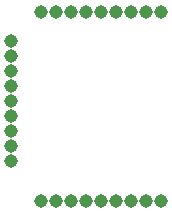
<source format=gbr>
G04 EAGLE Gerber RS-274X export*
G75*
%MOMM*%
%FSLAX34Y34*%
%LPD*%
%INSoldermask Bottom*%
%IPPOS*%
%AMOC8*
5,1,8,0,0,1.08239X$1,22.5*%
G01*
%ADD10C,1.143000*%


D10*
X1397Y85836D03*
X1397Y98536D03*
X1397Y111236D03*
X1397Y123936D03*
X1397Y136636D03*
X1397Y73136D03*
X1397Y60436D03*
X1397Y47736D03*
X1397Y35036D03*
X77597Y161671D03*
X90297Y161671D03*
X102997Y161671D03*
X115697Y161671D03*
X128397Y161671D03*
X64897Y161671D03*
X52197Y161671D03*
X39497Y161671D03*
X26797Y161671D03*
X77680Y1232D03*
X90380Y1232D03*
X103080Y1232D03*
X115780Y1232D03*
X128480Y1232D03*
X64980Y1232D03*
X52280Y1232D03*
X39580Y1232D03*
X26880Y1232D03*
M02*

</source>
